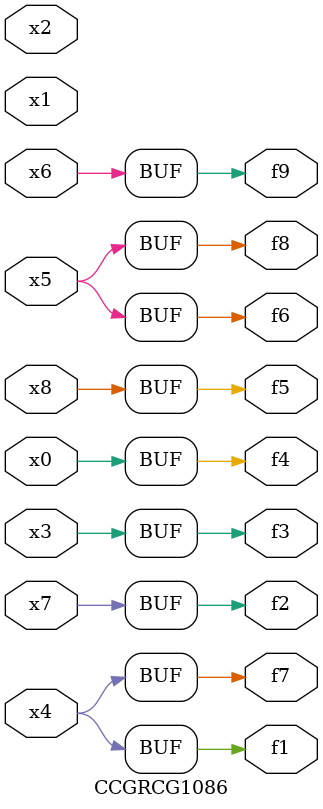
<source format=v>
module CCGRCG1086(
	input x0, x1, x2, x3, x4, x5, x6, x7, x8,
	output f1, f2, f3, f4, f5, f6, f7, f8, f9
);
	assign f1 = x4;
	assign f2 = x7;
	assign f3 = x3;
	assign f4 = x0;
	assign f5 = x8;
	assign f6 = x5;
	assign f7 = x4;
	assign f8 = x5;
	assign f9 = x6;
endmodule

</source>
